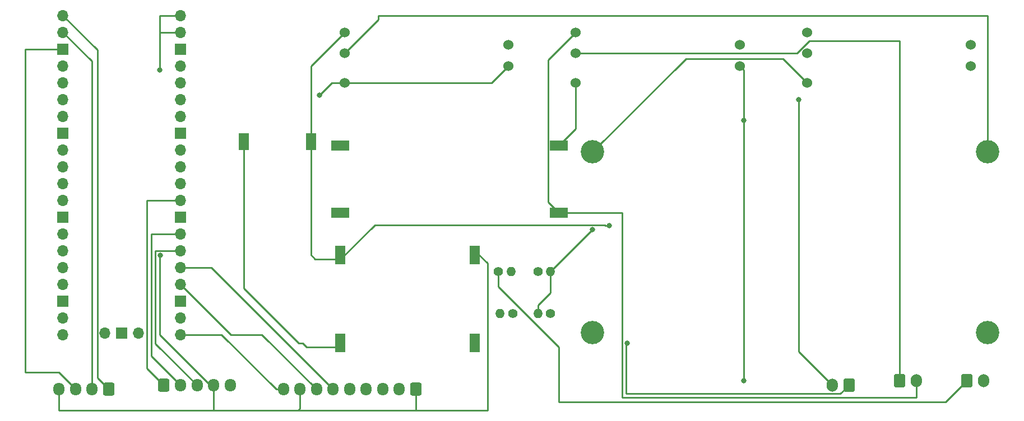
<source format=gbr>
%TF.GenerationSoftware,KiCad,Pcbnew,(7.0.0)*%
%TF.CreationDate,2023-05-30T23:08:45+10:00*%
%TF.ProjectId,spot-welder,73706f74-2d77-4656-9c64-65722e6b6963,rev?*%
%TF.SameCoordinates,Original*%
%TF.FileFunction,Copper,L2,Bot*%
%TF.FilePolarity,Positive*%
%FSLAX46Y46*%
G04 Gerber Fmt 4.6, Leading zero omitted, Abs format (unit mm)*
G04 Created by KiCad (PCBNEW (7.0.0)) date 2023-05-30 23:08:45*
%MOMM*%
%LPD*%
G01*
G04 APERTURE LIST*
G04 Aperture macros list*
%AMRoundRect*
0 Rectangle with rounded corners*
0 $1 Rounding radius*
0 $2 $3 $4 $5 $6 $7 $8 $9 X,Y pos of 4 corners*
0 Add a 4 corners polygon primitive as box body*
4,1,4,$2,$3,$4,$5,$6,$7,$8,$9,$2,$3,0*
0 Add four circle primitives for the rounded corners*
1,1,$1+$1,$2,$3*
1,1,$1+$1,$4,$5*
1,1,$1+$1,$6,$7*
1,1,$1+$1,$8,$9*
0 Add four rect primitives between the rounded corners*
20,1,$1+$1,$2,$3,$4,$5,0*
20,1,$1+$1,$4,$5,$6,$7,0*
20,1,$1+$1,$6,$7,$8,$9,0*
20,1,$1+$1,$8,$9,$2,$3,0*%
G04 Aperture macros list end*
%TA.AperFunction,ComponentPad*%
%ADD10R,1.524000X2.524000*%
%TD*%
%TA.AperFunction,ComponentPad*%
%ADD11C,1.400000*%
%TD*%
%TA.AperFunction,ComponentPad*%
%ADD12O,1.400000X1.400000*%
%TD*%
%TA.AperFunction,ComponentPad*%
%ADD13C,3.524000*%
%TD*%
%TA.AperFunction,ComponentPad*%
%ADD14RoundRect,0.250000X0.600000X0.725000X-0.600000X0.725000X-0.600000X-0.725000X0.600000X-0.725000X0*%
%TD*%
%TA.AperFunction,ComponentPad*%
%ADD15O,1.700000X1.950000*%
%TD*%
%TA.AperFunction,ComponentPad*%
%ADD16RoundRect,0.250000X-0.600000X-0.725000X0.600000X-0.725000X0.600000X0.725000X-0.600000X0.725000X0*%
%TD*%
%TA.AperFunction,ComponentPad*%
%ADD17R,2.667000X1.524000*%
%TD*%
%TA.AperFunction,ComponentPad*%
%ADD18RoundRect,0.250000X-0.600000X-0.750000X0.600000X-0.750000X0.600000X0.750000X-0.600000X0.750000X0*%
%TD*%
%TA.AperFunction,ComponentPad*%
%ADD19O,1.700000X2.000000*%
%TD*%
%TA.AperFunction,ComponentPad*%
%ADD20R,1.524000X1.524000*%
%TD*%
%TA.AperFunction,ComponentPad*%
%ADD21O,1.700000X1.700000*%
%TD*%
%TA.AperFunction,ComponentPad*%
%ADD22R,1.700000X1.700000*%
%TD*%
%TA.AperFunction,ComponentPad*%
%ADD23RoundRect,0.250000X0.600000X0.750000X-0.600000X0.750000X-0.600000X-0.750000X0.600000X-0.750000X0*%
%TD*%
%TA.AperFunction,ComponentPad*%
%ADD24C,1.524000*%
%TD*%
%TA.AperFunction,ViaPad*%
%ADD25C,0.800000*%
%TD*%
%TA.AperFunction,Conductor*%
%ADD26C,0.250000*%
%TD*%
G04 APERTURE END LIST*
D10*
%TO.P,MOD1,1,+VOut*%
%TO.N,VCC*%
X56514999Y-34289999D03*
%TO.P,MOD1,2,-VOut*%
%TO.N,GND*%
X46354999Y-34289999D03*
%TD*%
D11*
%TO.P,R1,1*%
%TO.N,Net-(U1-GPIO27_ADC1)*%
X92705000Y-60325000D03*
D12*
%TO.P,R1,2*%
%TO.N,Net-(MOD2-Vout-)*%
X90804999Y-60324999D03*
%TD*%
D13*
%TO.P,MOD2,1,VIn+*%
%TO.N,VCC*%
X158750000Y-63182500D03*
%TO.P,MOD2,2,Vin-*%
%TO.N,Net-(MOD2-Vin-)*%
X158750000Y-35877500D03*
%TO.P,MOD2,3,Vout+*%
%TO.N,Net-(J4-Pin_1)*%
X99060000Y-63182500D03*
%TO.P,MOD2,4,Vout-*%
%TO.N,Net-(MOD2-Vout-)*%
X99060000Y-35877500D03*
%TD*%
D14*
%TO.P,J2,1,Pin_1*%
%TO.N,+3.3V*%
X72350000Y-71755000D03*
D15*
%TO.P,J2,2,Pin_2*%
%TO.N,Net-(J1-Pin_5)*%
X69849999Y-71754999D03*
%TO.P,J2,3,Pin_3*%
%TO.N,Net-(J2-Pin_3)*%
X67349999Y-71754999D03*
%TO.P,J2,4,Pin_4*%
%TO.N,Net-(J2-Pin_4)*%
X64849999Y-71754999D03*
%TO.P,J2,5,Pin_5*%
%TO.N,Net-(J2-Pin_5)*%
X62349999Y-71754999D03*
%TO.P,J2,6,Pin_6*%
%TO.N,Net-(J2-Pin_6)*%
X59849999Y-71754999D03*
%TO.P,J2,7,Pin_7*%
%TO.N,Net-(J2-Pin_7)*%
X57349999Y-71754999D03*
%TO.P,J2,8,Pin_8*%
%TO.N,+3.3V*%
X54849999Y-71754999D03*
%TO.P,J2,9,Pin_9*%
%TO.N,Net-(J2-Pin_9)*%
X52349999Y-71754999D03*
%TD*%
D16*
%TO.P,J1,1,Pin_1*%
%TO.N,Net-(J1-Pin_1)*%
X34290000Y-71120000D03*
D15*
%TO.P,J1,2,Pin_2*%
%TO.N,Net-(J1-Pin_2)*%
X36789999Y-71119999D03*
%TO.P,J1,3,Pin_3*%
%TO.N,Net-(J1-Pin_3)*%
X39289999Y-71119999D03*
%TO.P,J1,4,Pin_4*%
%TO.N,+3.3V*%
X41789999Y-71119999D03*
%TO.P,J1,5,Pin_5*%
%TO.N,Net-(J1-Pin_5)*%
X44289999Y-71119999D03*
%TD*%
D17*
%TO.P,MOD6,1,VIn+*%
%TO.N,Net-(J4-Pin_1)*%
X60959999Y-45084999D03*
%TO.P,MOD6,2,VIn-*%
%TO.N,Net-(MOD2-Vout-)*%
X60959999Y-34924999D03*
%TO.P,MOD6,3,VOut+*%
%TO.N,+12V*%
X93979999Y-45084999D03*
%TO.P,MOD6,4,VOut-*%
%TO.N,Net-(MOD6-VOut-)*%
X93979999Y-34924999D03*
%TD*%
D18*
%TO.P,J6,1,Pin_1*%
%TO.N,Net-(J6-Pin_1)*%
X145415000Y-70485000D03*
D19*
%TO.P,J6,2,Pin_2*%
%TO.N,+12V*%
X147914999Y-70484999D03*
%TD*%
D20*
%TO.P,MOD4,1,VIn+*%
%TO.N,VCC*%
X60959999Y-50799999D03*
X60959999Y-52069999D03*
%TO.P,MOD4,2,VIn-*%
%TO.N,GND*%
X60959999Y-64134999D03*
X60959999Y-65404999D03*
%TO.P,MOD4,3,VOut+*%
%TO.N,+3.3V*%
X81279999Y-50799999D03*
X81279999Y-52069999D03*
%TO.P,MOD4,4,VOut-*%
%TO.N,Net-(J1-Pin_5)*%
X81279999Y-64134999D03*
X81279999Y-65404999D03*
%TD*%
D11*
%TO.P,R3,1*%
%TO.N,Net-(U1-GPIO26_ADC0)*%
X90805000Y-53975000D03*
D12*
%TO.P,R3,2*%
%TO.N,Net-(MOD2-Vout-)*%
X92704999Y-53974999D03*
%TD*%
D21*
%TO.P,U1,1,GPIO0*%
%TO.N,Net-(J3-Pin_1)*%
X19049999Y-15239999D03*
%TO.P,U1,2,GPIO1*%
%TO.N,Net-(J3-Pin_2)*%
X19049999Y-17779999D03*
D22*
%TO.P,U1,3,GND*%
%TO.N,Net-(J1-Pin_5)*%
X19049999Y-20319999D03*
D21*
%TO.P,U1,4,GPIO2*%
%TO.N,Net-(MOD3-Trigger+)*%
X19049999Y-22859999D03*
%TO.P,U1,5,GPIO3*%
%TO.N,Net-(MOD5-Trigger+)*%
X19049999Y-25399999D03*
%TO.P,U1,6,GPIO4*%
%TO.N,Net-(MOD7-Trigger+)*%
X19049999Y-27939999D03*
%TO.P,U1,7,GPIO5*%
%TO.N,unconnected-(U1-GPIO5-Pad7)*%
X19049999Y-30479999D03*
D22*
%TO.P,U1,8,GND*%
%TO.N,unconnected-(U1-GND-Pad8)*%
X19049999Y-33019999D03*
D21*
%TO.P,U1,9,GPIO6*%
%TO.N,unconnected-(U1-GPIO6-Pad9)*%
X19049999Y-35559999D03*
%TO.P,U1,10,GPIO7*%
%TO.N,unconnected-(U1-GPIO7-Pad10)*%
X19049999Y-38099999D03*
%TO.P,U1,11,GPIO8*%
%TO.N,unconnected-(U1-GPIO8-Pad11)*%
X19049999Y-40639999D03*
%TO.P,U1,12,GPIO9*%
%TO.N,unconnected-(U1-GPIO9-Pad12)*%
X19049999Y-43179999D03*
D22*
%TO.P,U1,13,GND*%
%TO.N,unconnected-(U1-GND-Pad13)*%
X19049999Y-45719999D03*
D21*
%TO.P,U1,14,GPIO10*%
%TO.N,unconnected-(U1-GPIO10-Pad14)*%
X19049999Y-48259999D03*
%TO.P,U1,15,GPIO11*%
%TO.N,unconnected-(U1-GPIO11-Pad15)*%
X19049999Y-50799999D03*
%TO.P,U1,16,GPIO12*%
%TO.N,unconnected-(U1-GPIO12-Pad16)*%
X19049999Y-53339999D03*
%TO.P,U1,17,GPIO13*%
%TO.N,unconnected-(U1-GPIO13-Pad17)*%
X19049999Y-55879999D03*
D22*
%TO.P,U1,18,GND*%
%TO.N,unconnected-(U1-GND-Pad18)*%
X19049999Y-58419999D03*
D21*
%TO.P,U1,19,GPIO14*%
%TO.N,Net-(J2-Pin_4)*%
X19049999Y-60959999D03*
%TO.P,U1,20,GPIO15*%
%TO.N,Net-(J2-Pin_5)*%
X19049999Y-63499999D03*
%TO.P,U1,21,GPIO16*%
%TO.N,Net-(J2-Pin_9)*%
X36829999Y-63499999D03*
%TO.P,U1,22,GPIO17*%
%TO.N,Net-(J2-Pin_3)*%
X36829999Y-60959999D03*
D22*
%TO.P,U1,23,GND*%
%TO.N,unconnected-(U1-GND-Pad23)*%
X36829999Y-58419999D03*
D21*
%TO.P,U1,24,GPIO18*%
%TO.N,Net-(J2-Pin_7)*%
X36829999Y-55879999D03*
%TO.P,U1,25,GPIO19*%
%TO.N,Net-(J2-Pin_6)*%
X36829999Y-53339999D03*
%TO.P,U1,26,GPIO20*%
%TO.N,Net-(J1-Pin_3)*%
X36829999Y-50799999D03*
%TO.P,U1,27,GPIO21*%
%TO.N,Net-(J1-Pin_2)*%
X36829999Y-48259999D03*
D22*
%TO.P,U1,28,GND*%
%TO.N,unconnected-(U1-GND-Pad28)*%
X36829999Y-45719999D03*
D21*
%TO.P,U1,29,GPIO22*%
%TO.N,Net-(J1-Pin_1)*%
X36829999Y-43179999D03*
%TO.P,U1,30,RUN*%
%TO.N,unconnected-(U1-RUN-Pad30)*%
X36829999Y-40639999D03*
%TO.P,U1,31,GPIO26_ADC0*%
%TO.N,Net-(U1-GPIO26_ADC0)*%
X36829999Y-38099999D03*
%TO.P,U1,32,GPIO27_ADC1*%
%TO.N,Net-(U1-GPIO27_ADC1)*%
X36829999Y-35559999D03*
D22*
%TO.P,U1,33,AGND*%
%TO.N,unconnected-(U1-AGND-Pad33)*%
X36829999Y-33019999D03*
D21*
%TO.P,U1,34,GPIO28_ADC2*%
%TO.N,unconnected-(U1-GPIO28_ADC2-Pad34)*%
X36829999Y-30479999D03*
%TO.P,U1,35,ADC_VREF*%
%TO.N,unconnected-(U1-ADC_VREF-Pad35)*%
X36829999Y-27939999D03*
%TO.P,U1,36,3V3*%
%TO.N,unconnected-(U1-3V3-Pad36)*%
X36829999Y-25399999D03*
%TO.P,U1,37,3V3_EN*%
%TO.N,unconnected-(U1-3V3_EN-Pad37)*%
X36829999Y-22859999D03*
D22*
%TO.P,U1,38,GND*%
%TO.N,unconnected-(U1-GND-Pad38)*%
X36829999Y-20319999D03*
D21*
%TO.P,U1,39,VSYS*%
%TO.N,+3.3V*%
X36829999Y-17779999D03*
%TO.P,U1,40,VBUS*%
X36829999Y-15239999D03*
%TO.P,U1,41,SWCLK*%
%TO.N,unconnected-(U1-SWCLK-Pad41)*%
X25399999Y-63269999D03*
D22*
%TO.P,U1,42,GND*%
%TO.N,unconnected-(U1-GND-Pad42)*%
X27939999Y-63269999D03*
D21*
%TO.P,U1,43,SWDIO*%
%TO.N,unconnected-(U1-SWDIO-Pad43)*%
X30479999Y-63269999D03*
%TD*%
D11*
%TO.P,R4,1*%
%TO.N,Net-(J5-Pin_1)*%
X84820000Y-53975000D03*
D12*
%TO.P,R4,2*%
%TO.N,Net-(U1-GPIO26_ADC0)*%
X86719999Y-53974999D03*
%TD*%
D11*
%TO.P,R2,1*%
%TO.N,Net-(J4-Pin_1)*%
X86990000Y-60325000D03*
D12*
%TO.P,R2,2*%
%TO.N,Net-(U1-GPIO27_ADC1)*%
X85089999Y-60324999D03*
%TD*%
D14*
%TO.P,J3,1,Pin_1*%
%TO.N,Net-(J3-Pin_1)*%
X25915000Y-71755000D03*
D15*
%TO.P,J3,2,Pin_2*%
%TO.N,Net-(J3-Pin_2)*%
X23414999Y-71754999D03*
%TO.P,J3,3,Pin_3*%
%TO.N,Net-(J1-Pin_5)*%
X20914999Y-71754999D03*
%TO.P,J3,4,Pin_4*%
%TO.N,+3.3V*%
X18414999Y-71754999D03*
%TD*%
D23*
%TO.P,J4,1,Pin_1*%
%TO.N,Net-(J4-Pin_1)*%
X137795000Y-71120000D03*
D19*
%TO.P,J4,2,Pin_2*%
%TO.N,Net-(J4-Pin_2)*%
X135294999Y-71119999D03*
%TD*%
D18*
%TO.P,J5,1,Pin_1*%
%TO.N,Net-(J5-Pin_1)*%
X155575000Y-70485000D03*
D19*
%TO.P,J5,2*%
%TO.N,N/C*%
X158074999Y-70484999D03*
%TD*%
D24*
%TO.P,MOD3,1,Trigger+*%
%TO.N,Net-(MOD3-Trigger+)*%
X86360000Y-19685000D03*
%TO.P,MOD3,2,Trigger-*%
%TO.N,GND*%
X86360000Y-22860000D03*
%TO.P,MOD3,3,V+*%
%TO.N,VCC*%
X61595000Y-17780000D03*
%TO.P,MOD3,4,V-*%
%TO.N,GND*%
X61595000Y-25400000D03*
%TO.P,MOD3,5,Load*%
%TO.N,Net-(MOD2-Vin-)*%
X61595000Y-20955000D03*
%TD*%
%TO.P,MOD7,1,Trigger+*%
%TO.N,Net-(MOD7-Trigger+)*%
X121285000Y-19685000D03*
%TO.P,MOD7,2,Trigger-*%
%TO.N,Net-(J1-Pin_5)*%
X121285000Y-22860000D03*
%TO.P,MOD7,3,V+*%
%TO.N,+12V*%
X96520000Y-17780000D03*
%TO.P,MOD7,4,V-*%
%TO.N,Net-(MOD6-VOut-)*%
X96520000Y-25400000D03*
%TO.P,MOD7,5,Load*%
%TO.N,Net-(J6-Pin_1)*%
X96520000Y-20955000D03*
%TD*%
%TO.P,MOD5,1,Trigger+*%
%TO.N,Net-(MOD5-Trigger+)*%
X156210000Y-19685000D03*
%TO.P,MOD5,2,Trigger-*%
%TO.N,Net-(J1-Pin_5)*%
X156210000Y-22860000D03*
%TO.P,MOD5,3,V+*%
%TO.N,Net-(J4-Pin_1)*%
X131445000Y-17780000D03*
%TO.P,MOD5,4,V-*%
%TO.N,Net-(MOD2-Vout-)*%
X131445000Y-25400000D03*
%TO.P,MOD5,5,Load*%
%TO.N,Net-(J4-Pin_2)*%
X131445000Y-20955000D03*
%TD*%
D25*
%TO.N,VCC*%
X101600000Y-46990000D03*
%TO.N,GND*%
X57785000Y-27305000D03*
%TO.N,Net-(MOD2-Vout-)*%
X99060000Y-47625000D03*
%TO.N,+3.3V*%
X33655000Y-23495000D03*
X33744500Y-51524500D03*
%TO.N,Net-(J1-Pin_5)*%
X121920000Y-31115000D03*
X121920000Y-70485000D03*
%TO.N,Net-(J4-Pin_1)*%
X104229500Y-64770000D03*
%TO.N,Net-(J4-Pin_2)*%
X130175000Y-27940000D03*
%TD*%
D26*
%TO.N,VCC*%
X56515000Y-22860000D02*
X56515000Y-34290000D01*
X100875000Y-46900000D02*
X100965000Y-46990000D01*
X61595000Y-17780000D02*
X56515000Y-22860000D01*
X56515000Y-51435000D02*
X57150000Y-52070000D01*
X100965000Y-46990000D02*
X101600000Y-46990000D01*
X66130000Y-46900000D02*
X100875000Y-46900000D01*
X56515000Y-34290000D02*
X56515000Y-51435000D01*
X57150000Y-52070000D02*
X60960000Y-52070000D01*
X60960000Y-52070000D02*
X66130000Y-46900000D01*
%TO.N,GND*%
X61595000Y-25400000D02*
X59690000Y-25400000D01*
X55245000Y-64770000D02*
X55880000Y-65405000D01*
X83820000Y-25400000D02*
X86360000Y-22860000D01*
X55880000Y-65405000D02*
X60960000Y-65405000D01*
X59690000Y-25400000D02*
X57785000Y-27305000D01*
X54651701Y-64770000D02*
X55245000Y-64770000D01*
X46355000Y-56473299D02*
X54651701Y-64770000D01*
X61595000Y-25400000D02*
X83820000Y-25400000D01*
X46355000Y-34290000D02*
X46355000Y-56473299D01*
%TO.N,Net-(MOD2-Vout-)*%
X92705000Y-57145000D02*
X92705000Y-53975000D01*
X99060000Y-35877500D02*
X113164500Y-21773000D01*
X90805000Y-60325000D02*
X90805000Y-59055000D01*
X127818000Y-21773000D02*
X131445000Y-25400000D01*
X99060000Y-47625000D02*
X99055000Y-47625000D01*
X113164500Y-21773000D02*
X127818000Y-21773000D01*
X90805000Y-59055000D02*
X92710000Y-57150000D01*
X99055000Y-47625000D02*
X92705000Y-53975000D01*
X92710000Y-57150000D02*
X92705000Y-57145000D01*
%TO.N,Net-(MOD2-Vin-)*%
X66675000Y-15240000D02*
X158750000Y-15240000D01*
X66675000Y-15875000D02*
X66675000Y-15240000D01*
X61595000Y-20955000D02*
X66675000Y-15875000D01*
X158750000Y-15240000D02*
X158750000Y-35877500D01*
%TO.N,+3.3V*%
X41910000Y-74930000D02*
X54610000Y-74930000D01*
X54610000Y-74930000D02*
X54850000Y-74690000D01*
X72390000Y-74930000D02*
X83185000Y-74930000D01*
X18415000Y-71755000D02*
X18415000Y-74930000D01*
X33655000Y-17780000D02*
X36830000Y-17780000D01*
X41910000Y-74930000D02*
X41790000Y-74810000D01*
X83185000Y-74930000D02*
X83185000Y-52705000D01*
X33655000Y-17780000D02*
X33655000Y-15240000D01*
X33655000Y-63500000D02*
X33655000Y-51435000D01*
X18415000Y-74930000D02*
X41910000Y-74930000D01*
X54850000Y-74690000D02*
X54850000Y-71755000D01*
X83185000Y-52705000D02*
X81280000Y-50800000D01*
X41275000Y-71120000D02*
X33655000Y-63500000D01*
X41790000Y-74810000D02*
X41790000Y-71120000D01*
X33655000Y-23495000D02*
X33655000Y-17780000D01*
X54610000Y-74930000D02*
X72390000Y-74930000D01*
X72390000Y-74930000D02*
X72390000Y-71795000D01*
X33655000Y-15240000D02*
X36830000Y-15240000D01*
X33655000Y-51435000D02*
X33744500Y-51524500D01*
%TO.N,Net-(J1-Pin_5)*%
X121920000Y-23495000D02*
X121285000Y-22860000D01*
X13335000Y-69215000D02*
X13335000Y-20320000D01*
X18375000Y-69215000D02*
X13335000Y-69215000D01*
X20915000Y-71755000D02*
X18375000Y-69215000D01*
X121920000Y-31115000D02*
X121920000Y-30480000D01*
X121920000Y-70485000D02*
X121920000Y-23495000D01*
X13335000Y-20320000D02*
X19050000Y-20320000D01*
%TO.N,Net-(J2-Pin_6)*%
X59850000Y-71755000D02*
X41435000Y-53340000D01*
X41435000Y-53340000D02*
X36830000Y-53340000D01*
%TO.N,Net-(J2-Pin_7)*%
X44450000Y-63500000D02*
X36830000Y-55880000D01*
X57350000Y-71755000D02*
X49095000Y-63500000D01*
X49095000Y-63500000D02*
X44450000Y-63500000D01*
%TO.N,Net-(J2-Pin_9)*%
X52350000Y-71755000D02*
X51250000Y-71755000D01*
X42995000Y-63500000D02*
X37465000Y-63500000D01*
X51250000Y-71755000D02*
X42995000Y-63500000D01*
%TO.N,Net-(J3-Pin_1)*%
X19050000Y-15240000D02*
X24225000Y-20415000D01*
X24225000Y-70065000D02*
X25915000Y-71755000D01*
X24225000Y-20415000D02*
X24225000Y-70065000D01*
%TO.N,Net-(J3-Pin_2)*%
X23415000Y-22145000D02*
X23415000Y-71755000D01*
X19050000Y-17780000D02*
X23415000Y-22145000D01*
%TO.N,Net-(J4-Pin_1)*%
X104140000Y-64859500D02*
X104229500Y-64770000D01*
X104140000Y-72390000D02*
X104140000Y-64859500D01*
X104195000Y-72445000D02*
X104140000Y-72390000D01*
X136470000Y-72445000D02*
X104195000Y-72445000D01*
X137795000Y-71120000D02*
X136470000Y-72445000D01*
%TO.N,Net-(J1-Pin_3)*%
X33020000Y-64850000D02*
X33020000Y-50800000D01*
X33020000Y-50800000D02*
X36830000Y-50800000D01*
X39290000Y-71120000D02*
X33020000Y-64850000D01*
%TO.N,Net-(J1-Pin_2)*%
X32385000Y-66715000D02*
X32385000Y-48260000D01*
X36790000Y-71120000D02*
X32385000Y-66715000D01*
X32385000Y-48260000D02*
X36830000Y-48260000D01*
%TO.N,Net-(J1-Pin_1)*%
X31750000Y-43180000D02*
X36830000Y-43180000D01*
X34290000Y-71120000D02*
X31750000Y-68580000D01*
X31750000Y-68580000D02*
X31750000Y-43180000D01*
%TO.N,Net-(J4-Pin_2)*%
X135255000Y-71120000D02*
X135295000Y-71120000D01*
X130175000Y-27940000D02*
X130175000Y-66040000D01*
X130175000Y-66040000D02*
X135255000Y-71120000D01*
%TO.N,Net-(J5-Pin_1)*%
X152400000Y-73660000D02*
X93980000Y-73660000D01*
X155575000Y-70485000D02*
X152400000Y-73660000D01*
X93980000Y-73660000D02*
X93980000Y-65405000D01*
X93980000Y-65405000D02*
X84820000Y-56245000D01*
X84820000Y-56245000D02*
X84820000Y-53975000D01*
%TO.N,Net-(J6-Pin_1)*%
X145415000Y-19050000D02*
X145415000Y-70485000D01*
X129907749Y-20955000D02*
X131812749Y-19050000D01*
X96520000Y-20955000D02*
X129907749Y-20955000D01*
X131812749Y-19050000D02*
X145415000Y-19050000D01*
%TO.N,+12V*%
X147915000Y-72985000D02*
X147955000Y-73025000D01*
X96520000Y-17780000D02*
X92321500Y-21978500D01*
X147915000Y-70485000D02*
X147915000Y-72985000D01*
X92321500Y-21978500D02*
X92321500Y-43426500D01*
X103505000Y-45085000D02*
X93980000Y-45085000D01*
X92321500Y-43426500D02*
X93980000Y-45085000D01*
X147955000Y-73025000D02*
X103505000Y-73025000D01*
X103505000Y-73025000D02*
X103505000Y-45085000D01*
%TO.N,Net-(MOD6-VOut-)*%
X96520000Y-25400000D02*
X96520000Y-32385000D01*
X96520000Y-32385000D02*
X93980000Y-34925000D01*
%TD*%
M02*

</source>
